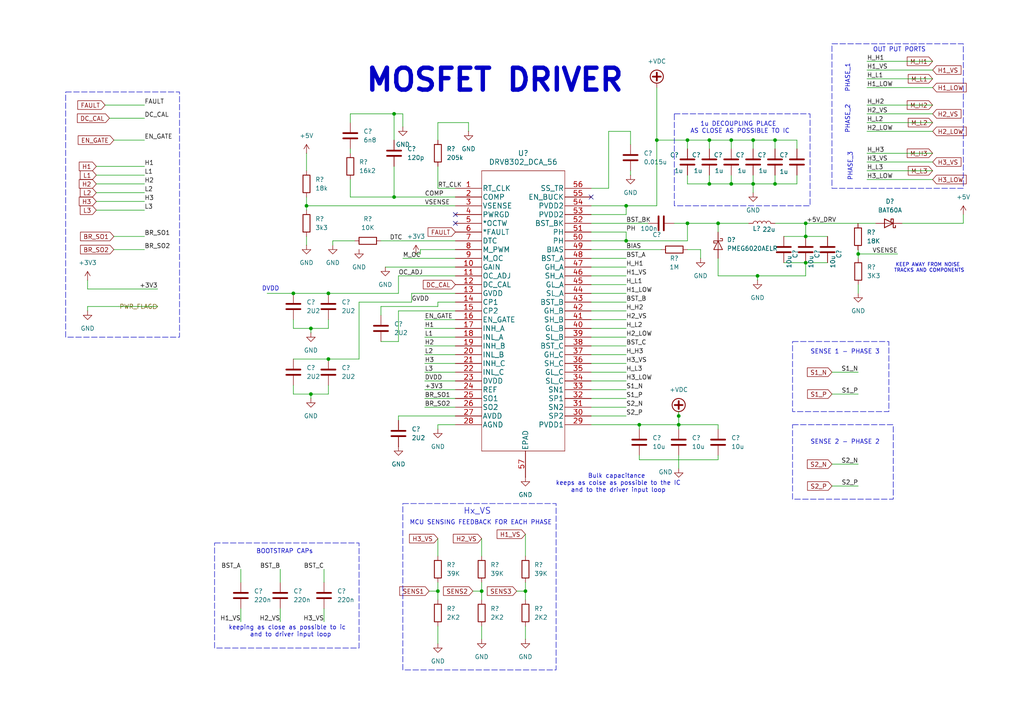
<source format=kicad_sch>
(kicad_sch (version 20231120) (generator "eeschema") (generator_version "8.0")
  (paper "A4")
  (lib_symbols
    (symbol "DRV8302DCAR_new:DRV8302_DCA_56" (pin_names (offset 0.254))
      (property "Reference" "U" (at 20.828 10.668 0))
      (property "Value" "DRV8302_DCA_56" (at 20.828 8.128 0))
      (symbol "DRV8302_DCA_56_0_1"
        (polyline (pts (xy 7.62 -76.2) (xy 31.75 -76.2)))
        (polyline (pts (xy 7.62 5.08) (xy 31.75 5.08)))
      )
      (symbol "DRV8302_DCA_56_1_1"
        (polyline (pts (xy 7.62 5.08) (xy 7.62 -76.2)) (stroke (width 0.127)))
        (polyline (pts (xy 31.75 -76.2) (xy 31.75 5.08)) (stroke (width 0.127)))
        (pin input line (at 0 0 0) (length 7.62) (name "RT_CLK") (number "1"))
        (pin output line (at 0 -22.86 0) (length 7.62) (name "GAIN") (number "10"))
        (pin input line (at 0 -25.4 0) (length 7.62) (name "OC_ADJ") (number "11"))
        (pin input line (at 0 -27.94 0) (length 7.62) (name "DC_CAL") (number "12"))
        (pin power_in line (at 0 -30.48 0) (length 7.62) (name "GVDD") (number "13"))
        (pin power_in line (at 0 -33.02 0) (length 7.62) (name "CP1") (number "14"))
        (pin power_in line (at 0 -35.56 0) (length 7.62) (name "CP2") (number "15"))
        (pin input line (at 0 -38.1 0) (length 7.62) (name "EN_GATE") (number "16"))
        (pin input line (at 0 -40.64 0) (length 7.62) (name "INH_A") (number "17"))
        (pin input line (at 0 -43.18 0) (length 7.62) (name "INL_A") (number "18"))
        (pin input line (at 0 -45.72 0) (length 7.62) (name "INH_B") (number "19"))
        (pin output line (at 0 -2.54 0) (length 7.62) (name "COMP") (number "2"))
        (pin input line (at 0 -48.26 0) (length 7.62) (name "INL_B") (number "20"))
        (pin input line (at 0 -50.8 0) (length 7.62) (name "INH_C") (number "21"))
        (pin input line (at 0 -53.34 0) (length 7.62) (name "INL_C") (number "22"))
        (pin power_in line (at 0 -55.88 0) (length 7.62) (name "DVDD") (number "23"))
        (pin input line (at 0 -58.42 0) (length 7.62) (name "REF") (number "24"))
        (pin output line (at 0 -60.96 0) (length 7.62) (name "SO1") (number "25"))
        (pin output line (at 0 -63.5 0) (length 7.62) (name "SO2") (number "26"))
        (pin power_in line (at 0 -66.04 0) (length 7.62) (name "AVDD") (number "27"))
        (pin power_in line (at 0 -68.58 0) (length 7.62) (name "AGND") (number "28"))
        (pin power_in line (at 39.37 -68.58 180) (length 7.62) (name "PVDD1") (number "29"))
        (pin input line (at 0 -5.08 0) (length 7.62) (name "VSENSE") (number "3"))
        (pin input line (at 39.37 -66.04 180) (length 7.62) (name "SP2") (number "30"))
        (pin input line (at 39.37 -63.5 180) (length 7.62) (name "SN2") (number "31"))
        (pin input line (at 39.37 -60.96 180) (length 7.62) (name "SP1") (number "32"))
        (pin input line (at 39.37 -58.42 180) (length 7.62) (name "SN1") (number "33"))
        (pin input line (at 39.37 -55.88 180) (length 7.62) (name "SL_C") (number "34"))
        (pin output line (at 39.37 -53.34 180) (length 7.62) (name "GL_C") (number "35"))
        (pin input line (at 39.37 -50.8 180) (length 7.62) (name "SH_C") (number "36"))
        (pin output line (at 39.37 -48.26 180) (length 7.62) (name "GH_C") (number "37"))
        (pin power_in line (at 39.37 -45.72 180) (length 7.62) (name "BST_C") (number "38"))
        (pin input line (at 39.37 -43.18 180) (length 7.62) (name "SL_B") (number "39"))
        (pin input line (at 0 -7.62 0) (length 7.62) (name "PWRGD") (number "4"))
        (pin output line (at 39.37 -40.64 180) (length 7.62) (name "GL_B") (number "40"))
        (pin input line (at 39.37 -38.1 180) (length 7.62) (name "SH_B") (number "41"))
        (pin output line (at 39.37 -35.56 180) (length 7.62) (name "GH_B") (number "42"))
        (pin power_in line (at 39.37 -33.02 180) (length 7.62) (name "BST_B") (number "43"))
        (pin input line (at 39.37 -30.48 180) (length 7.62) (name "SL_A") (number "44"))
        (pin output line (at 39.37 -27.94 180) (length 7.62) (name "GL_A") (number "45"))
        (pin input line (at 39.37 -25.4 180) (length 7.62) (name "SH_A") (number "46"))
        (pin output line (at 39.37 -22.86 180) (length 7.62) (name "GH_A") (number "47"))
        (pin power_in line (at 39.37 -20.32 180) (length 7.62) (name "BST_A") (number "48"))
        (pin input line (at 39.37 -17.78 180) (length 7.62) (name "BIAS") (number "49"))
        (pin output line (at 0 -10.16 0) (length 7.62) (name "*OCTW") (number "5"))
        (pin output line (at 39.37 -15.24 180) (length 7.62) (name "PH") (number "50"))
        (pin output line (at 39.37 -12.7 180) (length 7.62) (name "PH") (number "51"))
        (pin power_in line (at 39.37 -10.16 180) (length 7.62) (name "BST_BK") (number "52"))
        (pin power_in line (at 39.37 -7.62 180) (length 7.62) (name "PVDD2") (number "53"))
        (pin power_in line (at 39.37 -5.08 180) (length 7.62) (name "PVDD2") (number "54"))
        (pin input line (at 39.37 -2.54 180) (length 7.62) (name "EN_BUCK") (number "55"))
        (pin input line (at 39.37 0 180) (length 7.62) (name "SS_TR") (number "56"))
        (pin unspecified line (at 20.32 -83.82 90) (length 7.62) (name "EPAD") (number "57"))
        (pin output line (at 0 -12.7 0) (length 7.62) (name "*FAULT") (number "6"))
        (pin input line (at 0 -15.24 0) (length 7.62) (name "DTC") (number "7"))
        (pin input line (at 0 -17.78 0) (length 7.62) (name "M_PWM") (number "8"))
        (pin input line (at 0 -20.32 0) (length 7.62) (name "M_OC") (number "9"))
      )
    )
    (symbol "Device:C" (pin_numbers hide) (pin_names (offset 0.254))
      (property "Reference" "C" (at 0.635 2.54 0))
      (property "Value" "C" (at 0.635 -2.54 0))
      (symbol "C_0_1"
        (polyline (pts (xy -2.032 -0.762) (xy 2.032 -0.762)) (stroke (width 0.508)))
        (polyline (pts (xy -2.032 0.762) (xy 2.032 0.762)) (stroke (width 0.508)))
      )
      (symbol "C_1_1"
        (pin passive line (at 0 3.81 270) (length 2.794) (name "~") (number "1"))
        (pin passive line (at 0 -3.81 90) (length 2.794) (name "~") (number "2"))
      )
    )
    (symbol "Device:L" (pin_numbers hide) (pin_names (offset 1.016) hide)
      (property "Reference" "L" (at -1.27 0 90))
      (property "Value" "L" (at 1.905 0 90))
      (symbol "L_0_1"
        (arc (start 0 -2.54) (mid 0.6323 -1.905) (end 0 -1.27))
        (arc (start 0 -1.27) (mid 0.6323 -0.635) (end 0 0))
        (arc (start 0 0) (mid 0.6323 0.635) (end 0 1.27))
        (arc (start 0 1.27) (mid 0.6323 1.905) (end 0 2.54))
      )
      (symbol "L_1_1"
        (pin passive line (at 0 3.81 270) (length 1.27) (name "1") (number "1"))
        (pin passive line (at 0 -3.81 90) (length 1.27) (name "2") (number "2"))
      )
    )
    (symbol "Device:R" (pin_numbers hide) (pin_names (offset 0))
      (property "Reference" "R" (at 2.032 0 90))
      (property "Value" "R" (at 0 0 90))
      (symbol "R_0_1"
        (rectangle (start -1.016 -2.54) (end 1.016 2.54) (stroke (width 0.254)))
      )
      (symbol "R_1_1"
        (pin passive line (at 0 3.81 270) (length 1.27) (name "~") (number "1"))
        (pin passive line (at 0 -3.81 90) (length 1.27) (name "~") (number "2"))
      )
    )
    (symbol "Diode:BAT60A" (pin_numbers hide) (pin_names (offset 1.016) hide)
      (property "Reference" "D" (at 0 2.54 0))
      (property "Value" "BAT60A" (at 0 -2.54 0))
      (symbol "BAT60A_0_1"
        (polyline (pts (xy 1.27 0) (xy -1.27 0)))
        (polyline (pts (xy 1.27 1.27) (xy 1.27 -1.27) (xy -1.27 0) (xy 1.27 1.27)) (stroke (width 0.254)))
        (polyline (pts (xy -1.905 0.635) (xy -1.905 1.27) (xy -1.27 1.27) (xy -1.27 -1.27) (xy -0.635 -1.27) (xy -0.635 -0.635)) (stroke (width 0.254)))
      )
      (symbol "BAT60A_1_1"
        (pin passive line (at -3.81 0 0) (length 2.54) (name "K") (number "1"))
        (pin passive line (at 3.81 0 180) (length 2.54) (name "A") (number "2"))
      )
    )
    (symbol "Diode:PMEG6020AELR" (pin_numbers hide) (pin_names hide)
      (property "Reference" "D" (at 0 2.54 0))
      (property "Value" "PMEG6020AELR" (at 0 -2.54 0))
      (symbol "PMEG6020AELR_0_1"
        (polyline (pts (xy 1.27 0) (xy -1.27 0)))
        (polyline (pts (xy 1.27 1.27) (xy 1.27 -1.27) (xy -1.27 0) (xy 1.27 1.27)) (stroke (width 0.2032)))
        (polyline (pts (xy -1.905 0.635) (xy -1.905 1.27) (xy -1.27 1.27) (xy -1.27 -1.27) (xy -0.635 -1.27) (xy -0.635 -0.635)) (stroke (width 0.2032)))
      )
      (symbol "PMEG6020AELR_1_1"
        (pin passive line (at -3.81 0 0) (length 2.54) (name "K") (number "1"))
        (pin passive line (at 3.81 0 180) (length 2.54) (name "A") (number "2"))
      )
    )
    (symbol "power:+3V3" (power) (pin_numbers hide) (pin_names (offset 0) hide)
      (property "Value" "+3V3" (at 0 3.556 0))
      (symbol "+3V3_0_1"
        (polyline (pts (xy -0.762 1.27) (xy 0 2.54)))
        (polyline (pts (xy 0 0) (xy 0 2.54)))
        (polyline (pts (xy 0 2.54) (xy 0.762 1.27)))
      )
      (symbol "+3V3_1_1"
        (pin power_in line (at 0 0 90) (length 0) (name "~") (number "1"))
      )
    )
    (symbol "power:+5V" (power) (pin_numbers hide) (pin_names (offset 0) hide)
      (property "Value" "+5V" (at 0 3.556 0))
      (symbol "+5V_0_1"
        (polyline (pts (xy -0.762 1.27) (xy 0 2.54)))
        (polyline (pts (xy 0 0) (xy 0 2.54)))
        (polyline (pts (xy 0 2.54) (xy 0.762 1.27)))
      )
      (symbol "+5V_1_1"
        (pin power_in line (at 0 0 90) (length 0) (name "~") (number "1"))
      )
    )
    (symbol "power:+VDC" (power) (pin_numbers hide) (pin_names (offset 0) hide)
      (property "Value" "+VDC" (at 0 6.35 0))
      (symbol "+VDC_0_1"
        (polyline (pts (xy -1.143 3.175) (xy 1.143 3.175)) (stroke (width 0.508)))
        (polyline (pts (xy 0 0) (xy 0 1.27)))
        (polyline (pts (xy 0 2.032) (xy 0 4.318)) (stroke (width 0.508)))
        (circle (center 0 3.175) (radius 1.905) (stroke (width 0.254)))
      )
      (symbol "+VDC_1_1"
        (pin power_in line (at 0 0 90) (length 0) (name "~") (number "1"))
      )
    )
    (symbol "power:GND" (power) (pin_numbers hide) (pin_names (offset 0) hide)
      (property "Value" "GND" (at 0 -3.81 0))
      (symbol "GND_0_1"
        (polyline (pts (xy 0 0) (xy 0 -1.27) (xy 1.27 -1.27) (xy 0 -2.54) (xy -1.27 -1.27) (xy 0 -1.27)))
      )
      (symbol "GND_1_1"
        (pin power_in line (at 0 0 270) (length 0) (name "~") (number "1"))
      )
    )
  )
  (junction (at 185.42 123.19))
  (junction (at 181.61 59.69))
  (junction (at 85.09 85.09))
  (junction (at 90.17 114.3))
  (junction (at 139.7 171.45))
  (junction (at 224.79 53.34))
  (junction (at 208.28 64.77))
  (junction (at 114.3 57.15))
  (junction (at 95.25 85.09))
  (junction (at 212.09 53.34))
  (junction (at 233.68 68.58))
  (junction (at 88.9 59.69))
  (junction (at 95.25 104.14))
  (junction (at 218.44 53.34))
  (junction (at 233.68 64.77))
  (junction (at 224.79 40.64))
  (junction (at 114.3 33.02))
  (junction (at 196.85 123.19))
  (junction (at 196.85 120.65))
  (junction (at 190.5 40.64))
  (junction (at 219.71 80.01))
  (junction (at 181.61 69.85))
  (junction (at 233.68 76.2))
  (junction (at 205.74 40.64))
  (junction (at 205.74 53.34))
  (junction (at 199.39 40.64))
  (junction (at 152.4 171.45))
  (junction (at 90.17 95.25))
  (junction (at 199.39 64.77))
  (junction (at 127 171.45))
  (junction (at 218.44 40.64))
  (junction (at 248.92 73.66))
  (junction (at 212.09 40.64))
  (no_connect (at 132.08 62.23))
  (no_connect (at 132.08 64.77))
  (no_connect (at 171.45 57.15))
  (wire (pts (xy 31.75 34.29) (xy 41.91 34.29)))
  (wire (pts (xy 27.94 53.34) (xy 41.91 53.34)))
  (wire (pts (xy 123.19 100.33) (xy 132.08 100.33)))
  (wire (pts (xy 152.4 171.45) (xy 152.4 173.99)))
  (wire (pts (xy 104.14 87.63) (xy 104.14 104.14)))
  (wire (pts (xy 116.84 33.02) (xy 116.84 36.83)))
  (wire (pts (xy 196.85 132.08) (xy 196.85 135.89)))
  (wire (pts (xy 121.92 73.66) (xy 121.92 72.39)))
  (wire (pts (xy 171.45 82.55) (xy 181.61 82.55)))
  (wire (pts (xy 181.61 59.69) (xy 190.5 59.69)))
  (wire (pts (xy 85.09 95.25) (xy 90.17 95.25)))
  (wire (pts (xy 90.17 114.3) (xy 90.17 115.57)))
  (wire (pts (xy 219.71 80.01) (xy 233.68 80.01)))
  (wire (pts (xy 77.47 85.09) (xy 85.09 85.09)))
  (wire (pts (xy 121.92 72.39) (xy 132.08 72.39)))
  (wire (pts (xy 224.79 64.77) (xy 233.68 64.77)))
  (wire (pts (xy 88.9 59.69) (xy 132.08 59.69)))
  (wire (pts (xy 171.45 110.49) (xy 181.61 110.49)))
  (wire (pts (xy 139.7 181.61) (xy 139.7 185.42)))
  (wire (pts (xy 33.02 68.58) (xy 41.91 68.58)))
  (wire (pts (xy 251.46 44.45) (xy 270.51 44.45)))
  (wire (pts (xy 127 35.56) (xy 127 40.64)))
  (wire (pts (xy 116.84 74.93) (xy 132.08 74.93)))
  (wire (pts (xy 171.45 74.93) (xy 181.61 74.93)))
  (wire (pts (xy 90.17 95.25) (xy 90.17 96.52)))
  (wire (pts (xy 185.42 133.35) (xy 185.42 132.08)))
  (wire (pts (xy 114.3 40.64) (xy 114.3 33.02)))
  (wire (pts (xy 127 168.91) (xy 127 171.45)))
  (wire (pts (xy 231.14 40.64) (xy 224.79 40.64)))
  (wire (pts (xy 182.88 49.53) (xy 182.88 50.8)))
  (wire (pts (xy 218.44 50.8) (xy 218.44 53.34)))
  (wire (pts (xy 251.46 22.86) (xy 270.51 22.86)))
  (wire (pts (xy 124.46 171.45) (xy 127 171.45)))
  (wire (pts (xy 171.45 102.87) (xy 181.61 102.87)))
  (wire (pts (xy 196.85 120.65) (xy 196.85 123.19)))
  (wire (pts (xy 251.46 49.53) (xy 270.51 49.53)))
  (wire (pts (xy 181.61 67.31) (xy 181.61 69.85)))
  (wire (pts (xy 224.79 50.8) (xy 224.79 53.34)))
  (wire (pts (xy 95.25 95.25) (xy 95.25 92.71)))
  (wire (pts (xy 233.68 68.58) (xy 240.03 68.58)))
  (wire (pts (xy 248.92 73.66) (xy 260.35 73.66)))
  (wire (pts (xy 171.45 77.47) (xy 181.61 77.47)))
  (wire (pts (xy 171.45 59.69) (xy 181.61 59.69)))
  (wire (pts (xy 199.39 43.18) (xy 199.39 40.64)))
  (wire (pts (xy 171.45 118.11) (xy 181.61 118.11)))
  (wire (pts (xy 171.45 69.85) (xy 181.61 69.85)))
  (wire (pts (xy 132.08 80.01) (xy 115.57 80.01)))
  (wire (pts (xy 171.45 67.31) (xy 181.61 67.31)))
  (wire (pts (xy 123.19 110.49) (xy 132.08 110.49)))
  (wire (pts (xy 205.74 43.18) (xy 205.74 40.64)))
  (wire (pts (xy 123.19 105.41) (xy 132.08 105.41)))
  (wire (pts (xy 123.19 115.57) (xy 132.08 115.57)))
  (wire (pts (xy 115.57 90.17) (xy 132.08 90.17)))
  (wire (pts (xy 241.3 134.62) (xy 248.92 134.62)))
  (wire (pts (xy 218.44 40.64) (xy 224.79 40.64)))
  (wire (pts (xy 219.71 80.01) (xy 219.71 81.28)))
  (wire (pts (xy 85.09 114.3) (xy 90.17 114.3)))
  (wire (pts (xy 115.57 80.01) (xy 115.57 85.09)))
  (wire (pts (xy 85.09 92.71) (xy 85.09 95.25)))
  (wire (pts (xy 25.4 83.82) (xy 45.72 83.82)))
  (wire (pts (xy 176.53 54.61) (xy 176.53 38.1)))
  (wire (pts (xy 127 171.45) (xy 127 173.99)))
  (wire (pts (xy 135.89 35.56) (xy 127 35.56)))
  (wire (pts (xy 203.2 72.39) (xy 203.2 74.93)))
  (wire (pts (xy 233.68 76.2) (xy 233.68 80.01)))
  (wire (pts (xy 127 54.61) (xy 132.08 54.61)))
  (wire (pts (xy 123.19 113.03) (xy 132.08 113.03)))
  (wire (pts (xy 127 48.26) (xy 127 54.61)))
  (wire (pts (xy 171.45 95.25) (xy 181.61 95.25)))
  (wire (pts (xy 212.09 43.18) (xy 212.09 40.64)))
  (wire (pts (xy 115.57 99.06) (xy 115.57 90.17)))
  (wire (pts (xy 30.48 30.48) (xy 41.91 30.48)))
  (wire (pts (xy 218.44 53.34) (xy 224.79 53.34)))
  (wire (pts (xy 171.45 72.39) (xy 191.77 72.39)))
  (wire (pts (xy 33.02 40.64) (xy 41.91 40.64)))
  (wire (pts (xy 101.6 57.15) (xy 101.6 52.07)))
  (wire (pts (xy 171.45 97.79) (xy 181.61 97.79)))
  (wire (pts (xy 182.88 38.1) (xy 182.88 41.91)))
  (wire (pts (xy 185.42 124.46) (xy 185.42 123.19)))
  (wire (pts (xy 69.85 165.1) (xy 69.85 168.91)))
  (wire (pts (xy 196.85 119.38) (xy 196.85 120.65)))
  (wire (pts (xy 208.28 132.08) (xy 208.28 133.35)))
  (wire (pts (xy 123.19 95.25) (xy 132.08 95.25)))
  (wire (pts (xy 190.5 40.64) (xy 190.5 59.69)))
  (wire (pts (xy 110.49 88.9) (xy 110.49 91.44)))
  (wire (pts (xy 88.9 68.58) (xy 88.9 71.12)))
  (wire (pts (xy 261.62 64.77) (xy 279.4 64.77)))
  (wire (pts (xy 104.14 104.14) (xy 95.25 104.14)))
  (wire (pts (xy 218.44 43.18) (xy 218.44 40.64)))
  (wire (pts (xy 176.53 38.1) (xy 182.88 38.1)))
  (wire (pts (xy 208.28 74.93) (xy 208.28 80.01)))
  (wire (pts (xy 212.09 53.34) (xy 218.44 53.34)))
  (wire (pts (xy 137.16 171.45) (xy 139.7 171.45)))
  (wire (pts (xy 152.4 154.94) (xy 152.4 161.29)))
  (wire (pts (xy 208.28 64.77) (xy 208.28 67.31)))
  (wire (pts (xy 171.45 80.01) (xy 181.61 80.01)))
  (wire (pts (xy 251.46 38.1) (xy 270.51 38.1)))
  (wire (pts (xy 95.25 85.09) (xy 115.57 85.09)))
  (wire (pts (xy 224.79 43.18) (xy 224.79 40.64)))
  (wire (pts (xy 127 88.9) (xy 110.49 88.9)))
  (wire (pts (xy 251.46 35.56) (xy 270.51 35.56)))
  (wire (pts (xy 127 87.63) (xy 127 88.9)))
  (wire (pts (xy 119.38 85.09) (xy 119.38 87.63)))
  (wire (pts (xy 27.94 60.96) (xy 41.91 60.96)))
  (wire (pts (xy 212.09 50.8) (xy 212.09 53.34)))
  (wire (pts (xy 123.19 118.11) (xy 132.08 118.11)))
  (wire (pts (xy 251.46 17.78) (xy 270.51 17.78)))
  (wire (pts (xy 279.4 64.77) (xy 279.4 62.23)))
  (wire (pts (xy 27.94 48.26) (xy 41.91 48.26)))
  (wire (pts (xy 171.45 115.57) (xy 181.61 115.57)))
  (wire (pts (xy 233.68 64.77) (xy 254 64.77)))
  (wire (pts (xy 205.74 53.34) (xy 212.09 53.34)))
  (wire (pts (xy 88.9 44.45) (xy 88.9 49.53)))
  (wire (pts (xy 132.08 87.63) (xy 127 87.63)))
  (wire (pts (xy 139.7 171.45) (xy 139.7 173.99)))
  (wire (pts (xy 85.09 85.09) (xy 95.25 85.09)))
  (wire (pts (xy 227.33 68.58) (xy 233.68 68.58)))
  (wire (pts (xy 241.3 107.95) (xy 248.92 107.95)))
  (wire (pts (xy 115.57 120.65) (xy 115.57 121.92)))
  (wire (pts (xy 132.08 57.15) (xy 114.3 57.15)))
  (wire (pts (xy 195.58 64.77) (xy 199.39 64.77)))
  (wire (pts (xy 135.89 35.56) (xy 135.89 38.1)))
  (wire (pts (xy 241.3 114.3) (xy 248.92 114.3)))
  (wire (pts (xy 251.46 25.4) (xy 270.51 25.4)))
  (wire (pts (xy 120.65 73.66) (xy 121.92 73.66)))
  (wire (pts (xy 81.28 165.1) (xy 81.28 168.91)))
  (wire (pts (xy 123.19 102.87) (xy 132.08 102.87)))
  (wire (pts (xy 251.46 20.32) (xy 270.51 20.32)))
  (wire (pts (xy 233.68 76.2) (xy 240.03 76.2)))
  (wire (pts (xy 149.86 171.45) (xy 152.4 171.45)))
  (wire (pts (xy 114.3 48.26) (xy 114.3 57.15)))
  (wire (pts (xy 205.74 40.64) (xy 212.09 40.64)))
  (wire (pts (xy 199.39 64.77) (xy 208.28 64.77)))
  (wire (pts (xy 248.92 72.39) (xy 248.92 73.66)))
  (wire (pts (xy 241.3 140.97) (xy 248.92 140.97)))
  (wire (pts (xy 152.4 168.91) (xy 152.4 171.45)))
  (wire (pts (xy 93.98 165.1) (xy 93.98 168.91)))
  (wire (pts (xy 171.45 64.77) (xy 187.96 64.77)))
  (wire (pts (xy 27.94 58.42) (xy 41.91 58.42)))
  (wire (pts (xy 208.28 133.35) (xy 185.42 133.35)))
  (wire (pts (xy 114.3 33.02) (xy 101.6 33.02)))
  (wire (pts (xy 190.5 25.4) (xy 190.5 40.64)))
  (wire (pts (xy 132.08 123.19) (xy 127 123.19)))
  (wire (pts (xy 224.79 53.34) (xy 231.14 53.34)))
  (wire (pts (xy 123.19 92.71) (xy 132.08 92.71)))
  (wire (pts (xy 95.25 114.3) (xy 95.25 111.76)))
  (wire (pts (xy 208.28 64.77) (xy 217.17 64.77)))
  (wire (pts (xy 251.46 46.99) (xy 270.51 46.99)))
  (wire (pts (xy 132.08 120.65) (xy 115.57 120.65)))
  (wire (pts (xy 27.94 50.8) (xy 41.91 50.8)))
  (wire (pts (xy 110.49 99.06) (xy 115.57 99.06)))
  (wire (pts (xy 111.76 77.47) (xy 132.08 77.47)))
  (wire (pts (xy 139.7 156.21) (xy 139.7 161.29)))
  (wire (pts (xy 101.6 33.02) (xy 101.6 35.56)))
  (wire (pts (xy 132.08 69.85) (xy 110.49 69.85)))
  (wire (pts (xy 123.19 107.95) (xy 132.08 107.95)))
  (wire (pts (xy 181.61 59.69) (xy 181.61 62.23)))
  (wire (pts (xy 227.33 76.2) (xy 233.68 76.2)))
  (wire (pts (xy 116.84 33.02) (xy 114.3 33.02)))
  (wire (pts (xy 96.52 69.85) (xy 96.52 71.12)))
  (wire (pts (xy 171.45 90.17) (xy 181.61 90.17)))
  (wire (pts (xy 208.28 80.01) (xy 219.71 80.01)))
  (wire (pts (xy 199.39 69.85) (xy 199.39 64.77)))
  (wire (pts (xy 171.45 123.19) (xy 185.42 123.19)))
  (wire (pts (xy 114.3 57.15) (xy 101.6 57.15)))
  (wire (pts (xy 123.19 97.79) (xy 132.08 97.79)))
  (wire (pts (xy 199.39 40.64) (xy 205.74 40.64)))
  (wire (pts (xy 181.61 69.85) (xy 199.39 69.85)))
  (wire (pts (xy 196.85 123.19) (xy 196.85 124.46)))
  (wire (pts (xy 233.68 68.58) (xy 233.68 64.77)))
  (wire (pts (xy 199.39 53.34) (xy 205.74 53.34)))
  (wire (pts (xy 101.6 43.18) (xy 101.6 44.45)))
  (wire (pts (xy 199.39 50.8) (xy 199.39 53.34)))
  (wire (pts (xy 218.44 53.34) (xy 218.44 55.88)))
  (wire (pts (xy 95.25 104.14) (xy 85.09 104.14)))
  (wire (pts (xy 185.42 123.19) (xy 196.85 123.19)))
  (wire (pts (xy 190.5 40.64) (xy 199.39 40.64)))
  (wire (pts (xy 251.46 33.02) (xy 270.51 33.02)))
  (wire (pts (xy 251.46 52.07) (xy 270.51 52.07)))
  (wire (pts (xy 199.39 72.39) (xy 203.2 72.39)))
  (wire (pts (xy 90.17 114.3) (xy 95.25 114.3)))
  (wire (pts (xy 248.92 73.66) (xy 248.92 74.93)))
  (wire (pts (xy 171.45 107.95) (xy 181.61 107.95)))
  (wire (pts (xy 25.4 90.17) (xy 25.4 88.9)))
  (wire (pts (xy 25.4 81.28) (xy 25.4 83.82)))
  (wire (pts (xy 171.45 92.71) (xy 181.61 92.71)))
  (wire (pts (xy 171.45 85.09) (xy 181.61 85.09)))
  (wire (pts (xy 248.92 82.55) (xy 248.92 85.09)))
  (wire (pts (xy 208.28 123.19) (xy 208.28 124.46)))
  (wire (pts (xy 88.9 57.15) (xy 88.9 59.69)))
  (wire (pts (xy 25.4 88.9) (xy 45.72 88.9)))
  (wire (pts (xy 81.28 176.53) (xy 81.28 180.34)))
  (wire (pts (xy 171.45 54.61) (xy 176.53 54.61)))
  (wire (pts (xy 102.87 69.85) (xy 96.52 69.85)))
  (wire (pts (xy 33.02 72.39) (xy 41.91 72.39)))
  (wire (pts (xy 251.46 30.48) (xy 270.51 30.48)))
  (wire (pts (xy 88.9 59.69) (xy 88.9 60.96)))
  (wire (pts (xy 139.7 168.91) (xy 139.7 171.45)))
  (wire (pts (xy 93.98 176.53) (xy 93.98 180.34)))
  (wire (pts (xy 127 181.61) (xy 127 186.69)))
  (wire (pts (xy 171.45 62.23) (xy 181.61 62.23)))
  (wire (pts (xy 171.45 87.63) (xy 181.61 87.63)))
  (wire (pts (xy 152.4 181.61) (xy 152.4 185.42)))
  (wire (pts (xy 212.09 40.64) (xy 218.44 40.64)))
  (wire (pts (xy 171.45 120.65) (xy 181.61 120.65)))
  (wire (pts (xy 171.45 105.41) (xy 181.61 105.41)))
  (wire (pts (xy 231.14 53.34) (xy 231.14 50.8)))
  (wire (pts (xy 132.08 85.09) (xy 119.38 85.09)))
  (wire (pts (xy 127 123.19) (xy 127 124.46)))
  (wire (pts (xy 231.14 43.18) (xy 231.14 40.64)))
  (wire (pts (xy 119.38 87.63) (xy 104.14 87.63)))
  (wire (pts (xy 27.94 55.88) (xy 41.91 55.88)))
  (wire (pts (xy 205.74 50.8) (xy 205.74 53.34)))
  (wire (pts (xy 171.45 100.33) (xy 181.61 100.33)))
  (wire (pts (xy 90.17 95.25) (xy 95.25 95.25)))
  (wire (pts (xy 69.85 176.53) (xy 69.85 180.34)))
  (wire (pts (xy 85.09 111.76) (xy 85.09 114.3)))
  (wire (pts (xy 171.45 113.03) (xy 181.61 113.03)))
  (wire (pts (xy 196.85 123.19) (xy 208.28 123.19)))
  (wire (pts (xy 127 156.21) (xy 127 161.29)))
  (rectangle (start 229.87 123.19) (end 259.08 144.78) (stroke (width 0) (type dash)))
  (rectangle (start 241.3 12.7) (end 279.4 54.61) (stroke (width 0) (type dash)))
  (rectangle (start 116.84 146.05) (end 161.29 194.31) (stroke (width 0) (type dash)))
  (rectangle (start 229.87 99.06) (end 257.81 119.38) (stroke (width 0) (type dash)))
  (rectangle (start 195.58 33.02) (end 234.95 59.69) (stroke (width 0) (type dash)))
  (rectangle (start 19.05 26.67) (end 52.07 97.79) (stroke (width 0) (type dash)))
  (rectangle (start 62.23 157.48) (end 104.14 187.96) (stroke (width 0) (type dash)))
  (text "MCU SENSING FEEDBACK FOR EACH PHASE" (at 139.446 151.638 0) (effects (font (size 1.27 1.27))))
  (text "PHASE_1\n" (at 245.872 22.606 90) (effects (font (size 1.27 1.27))))
  (text "keeping as close as possible to ic\n  and to driver input loop\n" (at 83.312 183.134 0) (effects (font (size 1.27 1.27))))
  (text "PHASE_3" (at 246.634 48.26 90) (effects (font (size 1.27 1.27))))
  (text "Hx_VS" (at 138.43 148.336 0) (effects (font (size 1.778 1.778))))
  (text "SENSE 2 - PHASE 2" (at 245.11 128.27 0) (effects (font (size 1.27 1.27))))
  (text "MOSFET DRIVER" (at 143.51 23.368 0) (effects (font (size 6.35 6.35) (thickness 1.27) (bold yes))))
  (text "Bulk capacitance \nkeeps as colse as possible to the IC\nand to the driver input loop\n" (at 179.324 140.208 0) (effects (font (size 1.27 1.27))))
  (text "1u DECOUPLING PLACE \nAS CLOSE AS POSSIBLE TO IC" (at 214.63 37.084 0) (effects (font (size 1.27 1.27))))
  (text "BOOTSTRAP CAPs" (at 82.55 160.02 0) (effects (font (size 1.27 1.27))))
  (text "DVDD\n" (at 78.486 83.82 0) (effects (font (size 1.27 1.27))))
  (text "KEEP AWAY FROM NOISE \nTRACKS AND COMPONENTS" (at 269.494 77.724 0) (effects (font (size 1.016 1.016))))
  (text "SENSE 1 - PHASE 3" (at 245.11 102.108 0) (effects (font (size 1.27 1.27))))
  (text "PHASE_2" (at 245.872 34.544 90) (effects (font (size 1.27 1.27))))
  (text "OUT PUT PORTS" (at 260.858 14.478 0) (effects (font (size 1.27 1.27))))
  (label "GVDD" (at 119.38 87.63 0))
  (label "H1_VS" (at 69.85 180.34 180))
  (label "H1" (at 123.19 95.25 0))
  (label "H3_VS" (at 181.61 105.41 0))
  (label "H1_VS" (at 251.46 20.32 0))
  (label "S1_N" (at 248.92 107.95 180))
  (label "RT_CLK" (at 127 54.61 0))
  (label "L2" (at 123.19 102.87 0))
  (label "S2_N" (at 181.61 118.11 0))
  (label "S2_P" (at 248.92 140.97 180))
  (label "H2" (at 123.19 100.33 0))
  (label "+3V3" (at 123.19 113.03 0))
  (label "BR_SO1" (at 41.91 68.58 0))
  (label "DTC" (at 113.03 69.85 0))
  (label "H_H2" (at 181.61 90.17 0))
  (label "H_L3" (at 181.61 107.95 0))
  (label "L2" (at 41.91 55.88 0))
  (label "H3_VS" (at 251.46 46.99 0))
  (label "L3" (at 41.91 60.96 0))
  (label "H2_LOW" (at 251.46 38.1 0))
  (label "S2_P" (at 181.61 120.65 0))
  (label "EN_GATE" (at 123.19 92.71 0))
  (label "VSENSE" (at 260.35 73.66 180))
  (label "BST_BK" (at 181.61 64.77 0))
  (label "BIAS" (at 181.61 72.39 0))
  (label "H_H1" (at 251.46 17.78 0))
  (label "H_H2" (at 251.46 30.48 0))
  (label "H1_LOW" (at 251.46 25.4 0))
  (label "S1_P" (at 181.61 115.57 0))
  (label "BR_SO2" (at 123.19 118.11 0))
  (label "H_L3" (at 251.46 49.53 0))
  (label "VSENSE" (at 123.19 59.69 0))
  (label "FAULT" (at 41.91 30.48 0))
  (label "L1" (at 123.19 97.79 0))
  (label "H_L1" (at 251.46 22.86 0))
  (label "DVDD" (at 123.19 110.49 0))
  (label "+5V_DRV" (at 242.57 64.77 180))
  (label "+3V3" (at 45.72 83.82 180))
  (label "H_L2" (at 251.46 35.56 0))
  (label "EN_GATE" (at 41.91 40.64 0))
  (label "H_L2" (at 181.61 95.25 0))
  (label "PH" (at 181.61 67.31 0))
  (label "H1" (at 41.91 48.26 0))
  (label "S2_N" (at 248.92 134.62 180))
  (label "H2_VS" (at 251.46 33.02 0))
  (label "DC_CAL" (at 41.91 34.29 0))
  (label "H2" (at 41.91 53.34 0))
  (label "S1_N" (at 181.61 113.03 0))
  (label "COMP" (at 123.19 57.15 0))
  (label "H1_LOW" (at 181.61 85.09 0))
  (label "OC_ADJ" (at 115.57 80.01 0))
  (label "H1_VS" (at 181.61 80.01 0))
  (label "BST_A" (at 69.85 165.1 180))
  (label "H3_VS" (at 93.98 180.34 180))
  (label "BR_SO2" (at 41.91 72.39 0))
  (label "L1" (at 41.91 50.8 0))
  (label "BR_SO1" (at 123.19 115.57 0))
  (label "BST_C" (at 93.98 165.1 180))
  (label "BST_B" (at 181.61 87.63 0))
  (label "H_H3" (at 251.46 44.45 0))
  (label "H_H1" (at 181.61 77.47 0))
  (label "M_OC" (at 116.84 74.93 0))
  (label "BST_C" (at 181.61 100.33 0))
  (label "H2_VS" (at 181.61 92.71 0))
  (label "H3_LOW" (at 181.61 110.49 0))
  (label "H3" (at 123.19 105.41 0))
  (label "H3" (at 41.91 58.42 0))
  (label "H_L1" (at 181.61 82.55 0))
  (label "BST_B" (at 81.28 165.1 180))
  (label "L3" (at 123.19 107.95 0))
  (label "H2_VS" (at 81.28 180.34 180))
  (label "H3_LOW" (at 251.46 52.07 0))
  (label "H_H3" (at 181.61 102.87 0))
  (label "S1_P" (at 248.92 114.3 180))
  (label "H2_LOW" (at 181.61 97.79 0))
  (label "BST_A" (at 181.61 74.93 0))
  (global_label "DC_CAL" (shape input) (at 132.08 82.55 180) (property "Intersheetrefs" "${INTERSHEET_REFS}" (effects (hide yes))))
  (global_label "L1" (shape input) (at 27.94 50.8 180) (property "Intersheetrefs" "${INTERSHEET_REFS}" (effects (hide yes))))
  (global_label "BR_SO2" (shape input) (at 33.02 72.39 180) (property "Intersheetrefs" "${INTERSHEET_REFS}" (effects (hide yes))))
  (global_label "M_L3" (shape input) (at 270.51 49.53 180) (property "Intersheetrefs" "${INTERSHEET_REFS}" (effects (hide yes))))
  (global_label "H3_VS" (shape input) (at 270.51 46.99 0) (property "Intersheetrefs" "${INTERSHEET_REFS}" (effects (hide yes))))
  (global_label "M_L2" (shape input) (at 270.51 35.56 180) (property "Intersheetrefs" "${INTERSHEET_REFS}" (effects (hide yes))))
  (global_label "H1_VS" (shape input) (at 152.4 154.94 180) (property "Intersheetrefs" "${INTERSHEET_REFS}" (effects (hide yes))))
  (global_label "SENS2" (shape input) (at 137.16 171.45 180) (property "Intersheetrefs" "${INTERSHEET_REFS}" (effects (hide yes))))
  (global_label "M_H2" (shape input) (at 270.51 30.48 180) (property "Intersheetrefs" "${INTERSHEET_REFS}" (effects (hide yes))))
  (global_label "M_L1" (shape input) (at 270.51 22.86 180) (property "Intersheetrefs" "${INTERSHEET_REFS}" (effects (hide yes))))
  (global_label "M_H1" (shape input) (at 270.51 17.78 180) (property "Intersheetrefs" "${INTERSHEET_REFS}" (effects (hide yes))))
  (global_label "H3" (shape input) (at 27.94 58.42 180) (property "Intersheetrefs" "${INTERSHEET_REFS}" (effects (hide yes))))
  (global_label "EN_GATE" (shape input) (at 33.02 40.64 180) (property "Intersheetrefs" "${INTERSHEET_REFS}" (effects (hide yes))))
  (global_label "S2_P" (shape input) (at 241.3 140.97 180) (property "Intersheetrefs" "${INTERSHEET_REFS}" (effects (hide yes))))
  (global_label "M_H3" (shape input) (at 270.51 44.45 180) (property "Intersheetrefs" "${INTERSHEET_REFS}" (effects (hide yes))))
  (global_label "L3" (shape input) (at 27.94 60.96 180) (property "Intersheetrefs" "${INTERSHEET_REFS}" (effects (hide yes))))
  (global_label "SENS3" (shape input) (at 149.86 171.45 180) (property "Intersheetrefs" "${INTERSHEET_REFS}" (effects (hide yes))))
  (global_label "H2_VS" (shape input) (at 270.51 33.02 0) (property "Intersheetrefs" "${INTERSHEET_REFS}" (effects (hide yes))))
  (global_label "H2" (shape input) (at 27.94 53.34 180) (property "Intersheetrefs" "${INTERSHEET_REFS}" (effects (hide yes))))
  (global_label "S1_N" (shape input) (at 241.3 107.95 180) (property "Intersheetrefs" "${INTERSHEET_REFS}" (effects (hide yes))))
  (global_label "H2_LOW" (shape input) (at 270.51 38.1 0) (property "Intersheetrefs" "${INTERSHEET_REFS}" (effects (hide yes))))
  (global_label "FAULT" (shape input) (at 30.48 30.48 180) (property "Intersheetrefs" "${INTERSHEET_REFS}" (effects (hide yes))))
  (global_label "H1" (shape input) (at 27.94 48.26 180) (property "Intersheetrefs" "${INTERSHEET_REFS}" (effects (hide yes))))
  (global_label "L2" (shape input) (at 27.94 55.88 180) (property "Intersheetrefs" "${INTERSHEET_REFS}" (effects (hide yes))))
  (global_label "H3_LOW" (shape input) (at 270.51 52.07 0) (property "Intersheetrefs" "${INTERSHEET_REFS}" (effects (hide yes))))
  (global_label "BR_SO1" (shape input) (at 33.02 68.58 180) (property "Intersheetrefs" "${INTERSHEET_REFS}" (effects (hide yes))))
  (global_label "H2_VS" (shape input) (at 139.7 156.21 180) (property "Intersheetrefs" "${INTERSHEET_REFS}" (effects (hide yes))))
  (global_label "S2_N" (shape input) (at 241.3 134.62 180) (property "Intersheetrefs" "${INTERSHEET_REFS}" (effects (hide yes))))
  (global_label "SENS1" (shape input) (at 124.46 171.45 180) (property "Intersheetrefs" "${INTERSHEET_REFS}" (effects (hide yes))))
  (global_label "H3_VS" (shape input) (at 127 156.21 180) (property "Intersheetrefs" "${INTERSHEET_REFS}" (effects (hide yes))))
  (global_label "H1_LOW" (shape input) (at 270.51 25.4 0) (property "Intersheetrefs" "${INTERSHEET_REFS}" (effects (hide yes))))
  (global_label "H1_VS" (shape input) (at 270.51 20.32 0) (property "Intersheetrefs" "${INTERSHEET_REFS}" (effects (hide yes))))
  (global_label "DC_CAL" (shape input) (at 31.75 34.29 180) (property "Intersheetrefs" "${INTERSHEET_REFS}" (effects (hide yes))))
  (global_label "S1_P" (shape input) (at 241.3 114.3 180) (property "Intersheetrefs" "${INTERSHEET_REFS}" (effects (hide yes))))
  (global_label "FAULT" (shape input) (at 132.08 67.31 180) (property "Intersheetrefs" "${INTERSHEET_REFS}" (effects (hide yes))))
  (hierarchical_label "PWR_FLAG" (shape input) (at 45.72 88.9 180))
  (symbol (lib_id "Device:C") (at 205.74 46.99 0) (unit 1)
    (property "Reference" "C?" (at 200.66 44.958 0) (effects (justify left)))
    (property "Value" "1u" (at 201.168 49.53 0) (effects (justify left)))
    (property "Description" "Unpolarized capacitor" (effects (hide yes)))
  )
  (symbol (lib_id "power:GND") (at 152.4 185.42 0) (unit 1)
    (property "Reference" "#PWR054" (effects (hide yes)))
    (property "Value" "GND" (at 152.4 190.5 0))
    (property "Description" "Power symbol creates a global label with name \"GND\" , ground" (effects (hide yes)))
  )
  (symbol (lib_id "power:+VDC") (at 190.5 25.4 0) (unit 1)
    (property "Reference" "#PWR056" (effects (hide yes)))
    (property "Value" "+VDC" (at 190.5 17.78 0))
    (property "Description" "Power symbol creates a global label with name \"+VDC\"" (effects (hide yes)))
  )
  (symbol (lib_id "power:+3V3") (at 25.4 81.28 0) (unit 1)
    (property "Reference" "#PWR037" (effects (hide yes)))
    (property "Value" "+3V3" (at 25.4 76.2 0))
    (property "Description" "Power symbol creates a global label with name \"+3V3\"" (effects (hide yes)))
  )
  (symbol (lib_id "power:GND") (at 135.89 38.1 0) (unit 1)
    (property "Reference" "#PWR051" (effects (hide yes)))
    (property "Value" "GND" (at 135.89 43.18 0))
    (property "Description" "Power symbol creates a global label with name \"GND\" , ground" (effects (hide yes)))
  )
  (symbol (lib_id "power:+5V") (at 88.9 44.45 0) (unit 1)
    (property "Reference" "#PWR039" (effects (hide yes)))
    (property "Value" "+5V" (at 88.9 39.37 0))
    (property "Description" "Power symbol creates a global label with name \"+5V\"" (effects (hide yes)))
  )
  (symbol (lib_id "Device:C") (at 199.39 46.99 0) (unit 1)
    (property "Reference" "C?" (at 194.31 44.958 0) (effects (justify left)))
    (property "Value" "1u" (at 195.58 49.53 0) (effects (justify left)))
    (property "Description" "Unpolarized capacitor" (effects (hide yes)))
  )
  (symbol (lib_id "Diode:PMEG6020AELR") (at 208.28 71.12 270) (unit 1)
    (property "Reference" "D?" (at 210.82 69.5324 90) (effects (justify left)))
    (property "Value" "PMEG6020AELR" (at 210.82 72.0724 90) (effects (justify left)))
    (property "Footprint" "Diode_SMD:Nexperia_CFP3_SOD-123W" (effects (hide yes)))
    (property "Datasheet" "https://assets.nexperia.com/documents/data-sheet/PMEG6020AELR.pdf" (effects (hide yes)))
    (property "Description" "60V, 2A low leakage current MEGA Schottky barrier rectifier, SOD-123W" (effects (hide yes)))
  )
  (symbol (lib_id "power:+5V") (at 279.4 62.23 0) (unit 1)
    (property "Reference" "#PWR063" (effects (hide yes)))
    (property "Value" "+5V" (at 279.4 57.15 0))
    (property "Description" "Power symbol creates a global label with name \"+5V\"" (effects (hide yes)))
  )
  (symbol (lib_id "power:GND") (at 115.57 129.54 0) (unit 1)
    (property "Reference" "#PWR046" (effects (hide yes)))
    (property "Value" "GND" (at 115.57 134.62 0))
    (property "Description" "Power symbol creates a global label with name \"GND\" , ground" (effects (hide yes)))
  )
  (symbol (lib_id "power:GND") (at 90.17 115.57 0) (unit 1)
    (property "Reference" "#PWR042" (effects (hide yes)))
    (property "Value" "GND" (at 90.17 120.65 0))
    (property "Description" "Power symbol creates a global label with name \"GND\" , ground" (effects (hide yes)))
  )
  (symbol (lib_id "Device:C") (at 93.98 172.72 180) (unit 1)
    (property "Reference" "C?" (at 97.79 171.4499 0) (effects (justify right)))
    (property "Value" "220n" (at 97.79 173.9899 0) (effects (justify right)))
    (property "Description" "Unpolarized capacitor" (effects (hide yes)))
  )
  (symbol (lib_id "power:GND") (at 104.14 72.39 0) (unit 1)
    (property "Reference" "#PWR044" (effects (hide yes)))
    (property "Value" "GND" (at 104.14 77.47 0))
    (property "Description" "Power symbol creates a global label with name \"GND\" , ground" (effects (hide yes)))
  )
  (symbol (lib_id "power:GND") (at 116.84 36.83 0) (unit 1)
    (property "Reference" "#PWR047" (effects (hide yes)))
    (property "Value" "GND" (at 116.84 41.91 0))
    (property "Description" "Power symbol creates a global label with name \"GND\" , ground" (effects (hide yes)))
  )
  (symbol (lib_id "Device:C") (at 218.44 46.99 0) (unit 1)
    (property "Reference" "C?" (at 213.36 44.958 0) (effects (justify left)))
    (property "Value" "1u" (at 213.868 49.53 0) (effects (justify left)))
    (property "Description" "Unpolarized capacitor" (effects (hide yes)))
  )
  (symbol (lib_id "DRV8302DCAR_new:DRV8302_DCA_56") (at 132.08 54.61 0) (unit 1)
    (property "Reference" "U?" (at 151.765 44.45 0) (effects (font (size 1.524 1.524))))
    (property "Value" "DRV8302_DCA_56" (at 151.765 46.99 0) (effects (font (size 1.524 1.524))))
    (property "Footprint" "DCA56_6P35X3P61" (effects (hide yes)))
  )
  (symbol (lib_id "Device:C") (at 69.85 172.72 180) (unit 1)
    (property "Reference" "C?" (at 73.66 171.4499 0) (effects (justify right)))
    (property "Value" "220n" (at 73.66 173.9899 0) (effects (justify right)))
    (property "Description" "Unpolarized capacitor" (effects (hide yes)))
  )
  (symbol (lib_id "Device:C") (at 110.49 95.25 0) (unit 1)
    (property "Reference" "C?" (at 114.3 93.9799 0) (effects (justify left)))
    (property "Value" "2U2" (at 114.3 96.5199 0) (effects (justify left)))
    (property "Description" "Unpolarized capacitor" (effects (hide yes)))
  )
  (symbol (lib_id "Device:C") (at 95.25 107.95 0) (unit 1)
    (property "Reference" "C?" (at 99.06 106.6799 0) (effects (justify left)))
    (property "Value" "2U2" (at 99.06 109.2199 0) (effects (justify left)))
    (property "Description" "Unpolarized capacitor" (effects (hide yes)))
  )
  (symbol (lib_id "Device:C") (at 191.77 64.77 90) (unit 1)
    (property "Reference" "C?" (at 190.5 68.072 90))
    (property "Value" "100n" (at 188.214 66.294 90))
    (property "Description" "Unpolarized capacitor" (effects (hide yes)))
  )
  (symbol (lib_id "Device:C") (at 231.14 46.99 0) (unit 1)
    (property "Reference" "C?" (at 226.06 44.958 0) (effects (justify left)))
    (property "Value" "1u" (at 226.06 49.784 0) (effects (justify left)))
    (property "Description" "Unpolarized capacitor" (effects (hide yes)))
  )
  (symbol (lib_id "power:GND") (at 248.92 85.09 0) (unit 1)
    (property "Reference" "#PWR062" (effects (hide yes)))
    (property "Value" "GND" (at 248.92 90.17 0))
    (property "Description" "Power symbol creates a global label with name \"GND\" , ground" (effects (hide yes)))
  )
  (symbol (lib_id "Device:R") (at 152.4 165.1 0) (unit 1)
    (property "Reference" "R?" (at 154.94 163.8299 0) (effects (justify left)))
    (property "Value" "39K" (at 154.94 166.3699 0) (effects (justify left)))
    (property "Description" "Resistor" (effects (hide yes)))
  )
  (symbol (lib_id "power:GND") (at 111.76 77.47 0) (unit 1)
    (property "Reference" "#PWR045" (effects (hide yes)))
    (property "Value" "GND" (at 111.76 82.55 0))
    (property "Description" "Power symbol creates a global label with name \"GND\" , ground" (effects (hide yes)))
  )
  (symbol (lib_id "Device:R") (at 127 165.1 0) (unit 1)
    (property "Reference" "R?" (at 129.54 163.8299 0) (effects (justify left)))
    (property "Value" "39K" (at 129.54 166.3699 0) (effects (justify left)))
    (property "Description" "Resistor" (effects (hide yes)))
  )
  (symbol (lib_id "power:GND") (at 88.9 71.12 0) (unit 1)
    (property "Reference" "#PWR040" (effects (hide yes)))
    (property "Value" "GND" (at 88.9 76.2 0))
    (property "Description" "Power symbol creates a global label with name \"GND\" , ground" (effects (hide yes)))
  )
  (symbol (lib_id "power:GND") (at 96.52 71.12 0) (unit 1)
    (property "Reference" "#PWR043" (effects (hide yes)))
    (property "Value" "GND" (at 96.52 76.2 0))
    (property "Description" "Power symbol creates a global label with name \"GND\" , ground" (effects (hide yes)))
  )
  (symbol (lib_id "Device:R") (at 88.9 53.34 0) (unit 1)
    (property "Reference" "R?" (at 91.44 52.0699 0) (effects (justify left)))
    (property "Value" "18k" (at 91.44 54.6099 0) (effects (justify left)))
    (property "Description" "Resistor" (effects (hide yes)))
  )
  (symbol (lib_id "Device:C") (at 185.42 128.27 0) (unit 1)
    (property "Reference" "C?" (at 189.23 126.9999 0) (effects (justify left)))
    (property "Value" "10u" (at 189.23 129.5399 0) (effects (justify left)))
    (property "Description" "Unpolarized capacitor" (effects (hide yes)))
  )
  (symbol (lib_id "Device:R") (at 127 44.45 0) (unit 1)
    (property "Reference" "R?" (at 129.54 43.1799 0) (effects (justify left)))
    (property "Value" "205k" (at 129.54 45.7199 0) (effects (justify left)))
    (property "Description" "Resistor" (effects (hide yes)))
  )
  (symbol (lib_id "Device:C") (at 196.85 128.27 0) (unit 1)
    (property "Reference" "C?" (at 200.66 126.9999 0) (effects (justify left)))
    (property "Value" "10u" (at 200.66 129.5399 0) (effects (justify left)))
    (property "Description" "Unpolarized capacitor" (effects (hide yes)))
  )
  (symbol (lib_id "Device:R") (at 139.7 165.1 0) (unit 1)
    (property "Reference" "R?" (at 142.24 163.8299 0) (effects (justify left)))
    (property "Value" "39K" (at 142.24 166.3699 0) (effects (justify left)))
    (property "Description" "Resistor" (effects (hide yes)))
  )
  (symbol (lib_id "Device:R") (at 101.6 48.26 0) (unit 1)
    (property "Reference" "R?" (at 104.14 46.9899 0) (effects (justify left)))
    (property "Value" "16k2" (at 104.14 49.5299 0) (effects (justify left)))
    (property "Description" "Resistor" (effects (hide yes)))
  )
  (symbol (lib_id "Device:C") (at 95.25 88.9 0) (unit 1)
    (property "Reference" "C?" (at 99.06 87.6299 0) (effects (justify left)))
    (property "Value" "2U2" (at 99.06 90.1699 0) (effects (justify left)))
    (property "Description" "Unpolarized capacitor" (effects (hide yes)))
  )
  (symbol (lib_id "power:+VDC") (at 196.85 120.65 0) (unit 1)
    (property "Reference" "#PWR057" (effects (hide yes)))
    (property "Value" "+VDC" (at 196.85 113.03 0))
    (property "Description" "Power symbol creates a global label with name \"+VDC\"" (effects (hide yes)))
  )
  (symbol (lib_id "power:GND") (at 182.88 50.8 0) (unit 1)
    (property "Reference" "#PWR055" (effects (hide yes)))
    (property "Value" "GND" (at 182.88 55.88 0))
    (property "Description" "Power symbol creates a global label with name \"GND\" , ground" (effects (hide yes)))
  )
  (symbol (lib_id "Device:C") (at 240.03 72.39 180) (unit 1)
    (property "Reference" "C?" (at 243.332 73.66 90))
    (property "Value" "10u" (at 241.554 75.946 90))
    (property "Description" "Unpolarized capacitor" (effects (hide yes)))
  )
  (symbol (lib_id "power:+3V3") (at 120.65 73.66 0) (unit 1)
    (property "Reference" "#PWR048" (effects (hide yes)))
    (property "Value" "+3V3" (at 120.65 68.58 0))
    (property "Description" "Power symbol creates a global label with name \"+3V3\"" (effects (hide yes)))
  )
  (symbol (lib_id "Device:C") (at 85.09 107.95 0) (unit 1)
    (property "Reference" "C?" (at 88.9 106.6799 0) (effects (justify left)))
    (property "Value" "2U2" (at 88.9 109.2199 0) (effects (justify left)))
    (property "Description" "Unpolarized capacitor" (effects (hide yes)))
  )
  (symbol (lib_id "Device:R") (at 106.68 69.85 90) (unit 1)
    (property "Reference" "R?" (at 106.68 63.5 90))
    (property "Value" "10K" (at 106.68 66.04 90))
    (property "Description" "Resistor" (effects (hide yes)))
  )
  (symbol (lib_id "Device:C") (at 208.28 128.27 0) (unit 1)
    (property "Reference" "C?" (at 212.09 126.9999 0) (effects (justify left)))
    (property "Value" "10u" (at 212.09 129.5399 0) (effects (justify left)))
    (property "Description" "Unpolarized capacitor" (effects (hide yes)))
  )
  (symbol (lib_id "Device:C") (at 212.09 46.99 0) (unit 1)
    (property "Reference" "C?" (at 207.01 44.958 0) (effects (justify left)))
    (property "Value" "1u" (at 207.264 49.53 0) (effects (justify left)))
    (property "Description" "Unpolarized capacitor" (effects (hide yes)))
  )
  (symbol (lib_id "Device:L") (at 220.98 64.77 90) (unit 1)
    (property "Reference" "L?" (at 219.456 66.294 90))
    (property "Value" "22u" (at 223.012 66.548 90))
    (property "Description" "Inductor" (effects (hide yes)))
  )
  (symbol (lib_id "Device:C") (at 81.28 172.72 180) (unit 1)
    (property "Reference" "C?" (at 85.09 171.4499 0) (effects (justify right)))
    (property "Value" "220n" (at 85.09 173.9899 0) (effects (justify right)))
    (property "Description" "Unpolarized capacitor" (effects (hide yes)))
  )
  (symbol (lib_id "Device:R") (at 152.4 177.8 0) (unit 1)
    (property "Reference" "R?" (at 154.94 176.5299 0) (effects (justify left)))
    (property "Value" "2K2" (at 154.94 179.0699 0) (effects (justify left)))
    (property "Description" "Resistor" (effects (hide yes)))
  )
  (symbol (lib_id "power:GND") (at 152.4 138.43 0) (unit 1)
    (property "Reference" "#PWR053" (effects (hide yes)))
    (property "Value" "GND" (at 152.4 143.51 0))
    (property "Description" "Power symbol creates a global label with name \"GND\" , ground" (effects (hide yes)))
  )
  (symbol (lib_id "Device:R") (at 195.58 72.39 90) (unit 1)
    (property "Reference" "R?" (at 195.58 74.93 90))
    (property "Value" "1M" (at 195.58 77.47 90))
    (property "Description" "Resistor" (effects (hide yes)))
  )
  (symbol (lib_id "Device:R") (at 248.8543 68.651 0) (unit 1)
    (property "Reference" "R?" (at 251.3943 67.3809 0) (effects (justify left)))
    (property "Value" "18K" (at 251.3943 69.9209 0) (effects (justify left)))
    (property "Description" "Resistor" (effects (hide yes)))
  )
  (symbol (lib_id "Device:C") (at 182.88 45.72 180) (unit 1)
    (property "Reference" "C?" (at 186.69 44.4499 0) (effects (justify right)))
    (property "Value" "0.015u" (at 186.69 46.9899 0) (effects (justify right)))
    (property "Description" "Unpolarized capacitor" (effects (hide yes)))
  )
  (symbol (lib_id "power:GND") (at 139.7 185.42 0) (unit 1)
    (property "Reference" "#PWR052" (effects (hide yes)))
    (property "Value" "GND" (at 139.7 190.5 0))
    (property "Description" "Power symbol creates a global label with name \"GND\" , ground" (effects (hide yes)))
  )
  (symbol (lib_id "Device:C") (at 101.6 39.37 0) (unit 1)
    (property "Reference" "C?" (at 105.41 38.0999 0) (effects (justify left)))
    (property "Value" "6n8" (at 105.41 40.6399 0) (effects (justify left)))
    (property "Description" "Unpolarized capacitor" (effects (hide yes)))
  )
  (symbol (lib_id "Device:C") (at 227.33 72.39 180) (unit 1)
    (property "Reference" "C?" (at 230.632 73.66 90))
    (property "Value" "10u" (at 228.854 75.946 90))
    (property "Description" "Unpolarized capacitor" (effects (hide yes)))
  )
  (symbol (lib_id "Diode:BAT60A") (at 257.81 64.77 180) (unit 1)
    (property "Reference" "D?" (at 258.1275 58.42 0))
    (property "Value" "BAT60A" (at 258.1275 60.96 0))
    (property "Footprint" "Diode_SMD:D_SOD-323" (effects (hide yes)))
    (property "Datasheet" "https://www.infineon.com/dgdl/Infineon-BAT60ASERIES-DS-v01_01-en.pdf?fileId=db3a304313d846880113def70c9304a9" (effects (hide yes)))
    (property "Description" "10V 3A High Current Recitifier Schottky Diode, SOD-323" (effects (hide yes)))
  )
  (symbol (lib_id "power:GND") (at 203.2 74.93 0) (unit 1)
    (property "Reference" "#PWR059" (effects (hide yes)))
    (property "Value" "GND" (at 203.2 80.01 0))
    (property "Description" "Power symbol creates a global label with name \"GND\" , ground" (effects (hide yes)))
  )
  (symbol (lib_id "Device:R") (at 139.7 177.8 0) (unit 1)
    (property "Reference" "R?" (at 142.24 176.5299 0) (effects (justify left)))
    (property "Value" "2K2" (at 142.24 179.0699 0) (effects (justify left)))
    (property "Description" "Resistor" (effects (hide yes)))
  )
  (symbol (lib_id "Device:R") (at 88.9 64.77 0) (unit 1)
    (property "Reference" "R?" (at 91.44 63.4999 0) (effects (justify left)))
    (property "Value" "3k3" (at 91.44 66.0399 0) (effects (justify left)))
    (property "Description" "Resistor" (effects (hide yes)))
  )
  (symbol (lib_id "Device:C") (at 233.68 72.39 180) (unit 1)
    (property "Reference" "C?" (at 236.982 73.66 90))
    (property "Value" "10u" (at 235.204 75.946 90))
    (property "Description" "Unpolarized capacitor" (effects (hide yes)))
  )
  (symbol (lib_id "Device:C") (at 114.3 44.45 0) (unit 1)
    (property "Reference" "C?" (at 118.11 43.1799 0) (effects (justify left)))
    (property "Value" "120p" (at 118.11 45.7199 0) (effects (justify left)))
    (property "Description" "Unpolarized capacitor" (effects (hide yes)))
  )
  (symbol (lib_id "Device:R") (at 127 177.8 0) (unit 1)
    (property "Reference" "R?" (at 129.54 176.5299 0) (effects (justify left)))
    (property "Value" "2K2" (at 129.54 179.0699 0) (effects (justify left)))
    (property "Description" "Resistor" (effects (hide yes)))
  )
  (symbol (lib_id "power:GND") (at 90.17 96.52 0) (unit 1)
    (property "Reference" "#PWR041" (effects (hide yes)))
    (property "Value" "GND" (at 90.17 101.6 0))
    (property "Description" "Power symbol creates a global label with name \"GND\" , ground" (effects (hide yes)))
  )
  (symbol (lib_id "power:GND") (at 196.85 135.89 0) (unit 1)
    (property "Reference" "#PWR058" (effects (hide yes)))
    (property "Value" "GND" (at 193.04 136.906 0))
    (property "Description" "Power symbol creates a global label with name \"GND\" , ground" (effects (hide yes)))
  )
  (symbol (lib_id "power:GND") (at 218.44 55.88 0) (unit 1)
    (property "Reference" "#PWR060" (effects (hide yes)))
    (property "Value" "GND" (at 218.44 60.96 0))
    (property "Description" "Power symbol creates a global label with name \"GND\" , ground" (effects (hide yes)))
  )
  (symbol (lib_id "Device:C") (at 115.57 125.73 0) (unit 1)
    (property "Reference" "C?" (at 119.38 124.4599 0) (effects (justify left)))
    (property "Value" "2U2" (at 119.38 126.9999 0) (effects (justify left)))
    (property "Description" "Unpolarized capacitor" (effects (hide yes)))
  )
  (symbol (lib_id "Device:C") (at 85.09 88.9 0) (unit 1)
    (property "Reference" "C?" (at 88.9 87.6299 0) (effects (justify left)))
    (property "Value" "2U2" (at 88.9 90.1699 0) (effects (justify left)))
    (property "Description" "Unpolarized capacitor" (effects (hide yes)))
  )
  (symbol (lib_id "Device:C") (at 224.79 46.99 0) (unit 1)
    (property "Reference" "C?" (at 219.71 44.958 0) (effects (justify left)))
    (property "Value" "1u" (at 219.964 49.53 0) (effects (justify left)))
    (property "Description" "Unpolarized capacitor" (effects (hide yes)))
  )
  (symbol (lib_id "Device:R") (at 248.92 78.74 0) (unit 1)
    (property "Reference" "R?" (at 251.46 77.4699 0) (effects (justify left)))
    (property "Value" "3K3" (at 251.46 80.0099 0) (effects (justify left)))
    (property "Description" "Resistor" (effects (hide yes)))
  )
  (symbol (lib_id "power:GND") (at 127 124.46 0) (unit 1)
    (property "Reference" "#PWR049" (effects (hide yes)))
    (property "Value" "GND" (at 127 129.54 0))
    (property "Description" "Power symbol creates a global label with name \"GND\" , ground" (effects (hide yes)))
  )
  (symbol (lib_id "power:GND") (at 127 186.69 0) (unit 1)
    (property "Reference" "#PWR050" (effects (hide yes)))
    (property "Value" "GND" (at 127 191.77 0))
    (property "Description" "Power symbol creates a global label with name \"GND\" , ground" (effects (hide yes)))
  )
  (symbol (lib_id "power:GND") (at 25.4 90.17 0) (unit 1)
    (property "Reference" "#PWR038" (effects (hide yes)))
    (property "Value" "GND" (at 25.4 95.25 0))
    (property "Description" "Power symbol creates a global label with name \"GND\" , ground" (effects (hide yes)))
  )
  (symbol (lib_id "power:GND") (at 219.71 81.28 0) (unit 1)
    (property "Reference" "#PWR061" (effects (hide yes)))
    (property "Value" "GND" (at 219.71 86.36 0))
    (property "Description" "Power symbol creates a global label with name \"GND\" , ground" (effects (hide yes)))
  )
)
</source>
